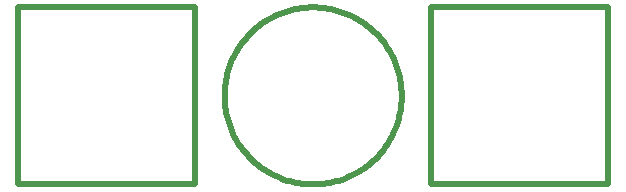
<source format=gbr>
%TF.GenerationSoftware,KiCad,Pcbnew,8.0.1*%
%TF.CreationDate,2024-04-23T14:12:21-07:00*%
%TF.ProjectId,week4PCB,7765656b-3450-4434-922e-6b696361645f,rev?*%
%TF.SameCoordinates,Original*%
%TF.FileFunction,OtherDrawing,Comment*%
%FSLAX46Y46*%
G04 Gerber Fmt 4.6, Leading zero omitted, Abs format (unit mm)*
G04 Created by KiCad (PCBNEW 8.0.1) date 2024-04-23 14:12:21*
%MOMM*%
%LPD*%
G01*
G04 APERTURE LIST*
%ADD10C,0.500000*%
G04 APERTURE END LIST*
D10*
X30920344Y25495482D02*
X31180645Y25500000D01*
X30660357Y25481932D02*
X30920344Y25495482D01*
X30400997Y25459367D02*
X30660357Y25481932D01*
X30142576Y25427814D02*
X30400997Y25459367D01*
X29885406Y25387311D02*
X30142576Y25427814D01*
X29629797Y25337906D02*
X29885406Y25387311D01*
X29376056Y25279661D02*
X29629797Y25337906D01*
X29124490Y25212644D02*
X29376056Y25279661D01*
X28875401Y25136936D02*
X29124490Y25212644D01*
X28629090Y25052629D02*
X28875401Y25136936D01*
X28385853Y24959823D02*
X28629090Y25052629D01*
X28145984Y24858632D02*
X28385853Y24959823D01*
X27909772Y24749177D02*
X28145984Y24858632D01*
X27677500Y24631589D02*
X27909772Y24749177D01*
X27449450Y24506011D02*
X27677500Y24631589D01*
X27225895Y24372594D02*
X27449450Y24506011D01*
X27007105Y24231498D02*
X27225895Y24372594D01*
X26793345Y24082894D02*
X27007105Y24231498D01*
X26584870Y23926960D02*
X26793345Y24082894D01*
X26381934Y23763885D02*
X26584870Y23926960D01*
X26184779Y23593865D02*
X26381934Y23763885D01*
X25993644Y23417105D02*
X26184779Y23593865D01*
X25808759Y23233817D02*
X25993644Y23417105D01*
X25630346Y23044223D02*
X25808759Y23233817D01*
X25458621Y22848551D02*
X25630346Y23044223D01*
X25293791Y22647037D02*
X25458621Y22848551D01*
X25136054Y22439924D02*
X25293791Y22647037D01*
X24985600Y22227461D02*
X25136054Y22439924D01*
X24842611Y22009904D02*
X24985600Y22227461D01*
X24707259Y21787516D02*
X24842611Y22009904D01*
X24579706Y21560564D02*
X24707259Y21787516D01*
X24460108Y21329321D02*
X24579706Y21560564D01*
X24348606Y21094068D02*
X24460108Y21329321D01*
X24245337Y20855086D02*
X24348606Y21094068D01*
X24150425Y20612663D02*
X24245337Y20855086D01*
X24063983Y20367093D02*
X24150425Y20612663D01*
X23986117Y20118671D02*
X24063983Y20367093D01*
X23916919Y19867696D02*
X23986117Y20118671D01*
X23856473Y19614470D02*
X23916919Y19867696D01*
X23804853Y19359299D02*
X23856473Y19614470D01*
X23762120Y19102491D02*
X23804853Y19359299D01*
X23728325Y18844353D02*
X23762120Y19102491D01*
X23703510Y18585199D02*
X23728325Y18844353D01*
X23687704Y18325339D02*
X23703510Y18585199D01*
X23680927Y18065087D02*
X23687704Y18325339D01*
X23683186Y17804757D02*
X23680927Y18065087D01*
X23694480Y17544662D02*
X23683186Y17804757D01*
X23714793Y17285116D02*
X23694480Y17544662D01*
X23744102Y17026431D02*
X23714793Y17285116D01*
X23782372Y16768920D02*
X23744102Y17026431D01*
X23829556Y16512891D02*
X23782372Y16768920D01*
X23885597Y16258655D02*
X23829556Y16512891D01*
X23950429Y16006516D02*
X23885597Y16258655D01*
X24023972Y15756780D02*
X23950429Y16006516D01*
X24106138Y15509747D02*
X24023972Y15756780D01*
X24196829Y15265714D02*
X24106138Y15509747D01*
X24295935Y15024975D02*
X24196829Y15265714D01*
X24403336Y14787822D02*
X24295935Y15024975D01*
X24518903Y14554538D02*
X24403336Y14787822D01*
X24642498Y14325407D02*
X24518903Y14554538D01*
X24773970Y14100703D02*
X24642498Y14325407D01*
X24913162Y13880697D02*
X24773970Y14100703D01*
X25059905Y13665655D02*
X24913162Y13880697D01*
X25214024Y13455835D02*
X25059905Y13665655D01*
X25375332Y13251491D02*
X25214024Y13455835D01*
X25543635Y13052868D02*
X25375332Y13251491D01*
X25718730Y12860206D02*
X25543635Y13052868D01*
X25900406Y12673737D02*
X25718730Y12860206D01*
X26088444Y12493686D02*
X25900406Y12673737D01*
X26282618Y12320269D02*
X26088444Y12493686D01*
X26482694Y12153697D02*
X26282618Y12320269D01*
X26688431Y11994168D02*
X26482694Y12153697D01*
X26899580Y11841876D02*
X26688431Y11994168D01*
X27115888Y11697004D02*
X26899580Y11841876D01*
X27337093Y11559727D02*
X27115888Y11697004D01*
X27562930Y11430210D02*
X27337093Y11559727D01*
X27793126Y11308609D02*
X27562930Y11430210D01*
X28027403Y11195070D02*
X27793126Y11308609D01*
X28265480Y11089731D02*
X28027403Y11195070D01*
X28507069Y10992719D02*
X28265480Y11089731D01*
X28751880Y10904149D02*
X28507069Y10992719D01*
X28999617Y10824129D02*
X28751880Y10904149D01*
X29249982Y10752756D02*
X28999617Y10824129D01*
X29502674Y10690115D02*
X29249982Y10752756D01*
X29757387Y10636282D02*
X29502674Y10690115D01*
X30013815Y10591322D02*
X29757387Y10636282D01*
X30271649Y10555289D02*
X30013815Y10591322D01*
X30530579Y10528225D02*
X30271649Y10555289D01*
X30790292Y10510165D02*
X30530579Y10528225D01*
X31050475Y10501130D02*
X30790292Y10510165D01*
X31310815Y10501130D02*
X31050475Y10501130D01*
X31570998Y10510165D02*
X31310815Y10501130D01*
X31830710Y10528225D02*
X31570998Y10510165D01*
X32089640Y10555289D02*
X31830710Y10528225D01*
X32347474Y10591322D02*
X32089640Y10555289D01*
X32603902Y10636282D02*
X32347474Y10591322D01*
X32858616Y10690115D02*
X32603902Y10636282D01*
X33111307Y10752756D02*
X32858616Y10690115D01*
X33361672Y10824129D02*
X33111307Y10752756D01*
X33609409Y10904149D02*
X33361672Y10824129D01*
X33854220Y10992719D02*
X33609409Y10904149D01*
X34095810Y11089731D02*
X33854220Y10992719D01*
X34333886Y11195070D02*
X34095810Y11089731D01*
X34568164Y11308609D02*
X34333886Y11195070D01*
X34798359Y11430210D02*
X34568164Y11308609D01*
X35024196Y11559727D02*
X34798359Y11430210D01*
X35245401Y11697004D02*
X35024196Y11559727D01*
X35461709Y11841876D02*
X35245401Y11697004D01*
X35672858Y11994168D02*
X35461709Y11841876D01*
X35878595Y12153697D02*
X35672858Y11994168D01*
X36078671Y12320269D02*
X35878595Y12153697D01*
X36272845Y12493686D02*
X36078671Y12320269D01*
X36460883Y12673737D02*
X36272845Y12493686D01*
X36642560Y12860206D02*
X36460883Y12673737D01*
X36817655Y13052868D02*
X36642560Y12860206D01*
X36985958Y13251491D02*
X36817655Y13052868D01*
X37147265Y13455835D02*
X36985958Y13251491D01*
X37301384Y13665655D02*
X37147265Y13455835D01*
X37448128Y13880697D02*
X37301384Y13665655D01*
X37587319Y14100703D02*
X37448128Y13880697D01*
X37718792Y14325407D02*
X37587319Y14100703D01*
X37842386Y14554538D02*
X37718792Y14325407D01*
X37957953Y14787822D02*
X37842386Y14554538D01*
X38065354Y15024975D02*
X37957953Y14787822D01*
X38164460Y15265714D02*
X38065354Y15024975D01*
X38255151Y15509747D02*
X38164460Y15265714D01*
X38337317Y15756780D02*
X38255151Y15509747D01*
X38410861Y16006516D02*
X38337317Y15756780D01*
X38475692Y16258655D02*
X38410861Y16006516D01*
X38531733Y16512891D02*
X38475692Y16258655D01*
X38578917Y16768920D02*
X38531733Y16512891D01*
X38617187Y17026431D02*
X38578917Y16768920D01*
X38646496Y17285116D02*
X38617187Y17026431D01*
X38666810Y17544662D02*
X38646496Y17285116D01*
X38678103Y17804757D02*
X38666810Y17544662D01*
X38680362Y18065087D02*
X38678103Y17804757D01*
X38673585Y18325339D02*
X38680362Y18065087D01*
X38657779Y18585199D02*
X38673585Y18325339D01*
X38632964Y18844353D02*
X38657779Y18585199D01*
X38599170Y19102491D02*
X38632964Y18844353D01*
X38556436Y19359299D02*
X38599170Y19102491D01*
X38504816Y19614470D02*
X38556436Y19359299D01*
X38444370Y19867696D02*
X38504816Y19614470D01*
X38375173Y20118671D02*
X38444370Y19867696D01*
X38297306Y20367093D02*
X38375173Y20118671D01*
X38210864Y20612663D02*
X38297306Y20367093D01*
X38115952Y20855086D02*
X38210864Y20612663D01*
X38012683Y21094068D02*
X38115952Y20855086D01*
X37901182Y21329321D02*
X38012683Y21094068D01*
X37781583Y21560564D02*
X37901182Y21329321D01*
X37654030Y21787516D02*
X37781583Y21560564D01*
X37518678Y22009904D02*
X37654030Y21787516D01*
X37375689Y22227461D02*
X37518678Y22009904D01*
X37225235Y22439924D02*
X37375689Y22227461D01*
X37067498Y22647037D02*
X37225235Y22439924D01*
X36902668Y22848551D02*
X37067498Y22647037D01*
X36730943Y23044223D02*
X36902668Y22848551D01*
X36552531Y23233817D02*
X36730943Y23044223D01*
X36367646Y23417105D02*
X36552531Y23233817D01*
X36176510Y23593865D02*
X36367646Y23417105D01*
X35979356Y23763885D02*
X36176510Y23593865D01*
X35776419Y23926960D02*
X35979356Y23763885D01*
X35567944Y24082894D02*
X35776419Y23926960D01*
X35354184Y24231498D02*
X35567944Y24082894D01*
X35135394Y24372594D02*
X35354184Y24231498D01*
X34911840Y24506011D02*
X35135394Y24372594D01*
X34683789Y24631589D02*
X34911840Y24506011D01*
X34451518Y24749177D02*
X34683789Y24631589D01*
X34215305Y24858632D02*
X34451518Y24749177D01*
X33975436Y24959823D02*
X34215305Y24858632D01*
X33732199Y25052629D02*
X33975436Y24959823D01*
X33485888Y25136936D02*
X33732199Y25052629D01*
X33236799Y25212644D02*
X33485888Y25136936D01*
X32985233Y25279661D02*
X33236799Y25212644D01*
X32731492Y25337906D02*
X32985233Y25279661D01*
X32475883Y25387311D02*
X32731492Y25337906D01*
X32218713Y25427814D02*
X32475883Y25387311D01*
X31960293Y25459367D02*
X32218713Y25427814D01*
X31700932Y25481932D02*
X31960293Y25459367D01*
X31440945Y25495482D02*
X31700932Y25481932D01*
X31180645Y25500000D02*
X31440945Y25495482D01*
X21180645Y10500000D02*
X6180645Y10500000D01*
X21180645Y25500000D02*
X21180645Y10500000D01*
X6180645Y25500000D02*
X21180645Y25500000D01*
X6180645Y10500000D02*
X6180645Y25500000D01*
X56180645Y10500000D02*
X41180645Y10500000D01*
X56180645Y25500000D02*
X56180645Y10500000D01*
X41180645Y25500000D02*
X56180645Y25500000D01*
X41180645Y10500000D02*
X41180645Y25500000D01*
M02*

</source>
